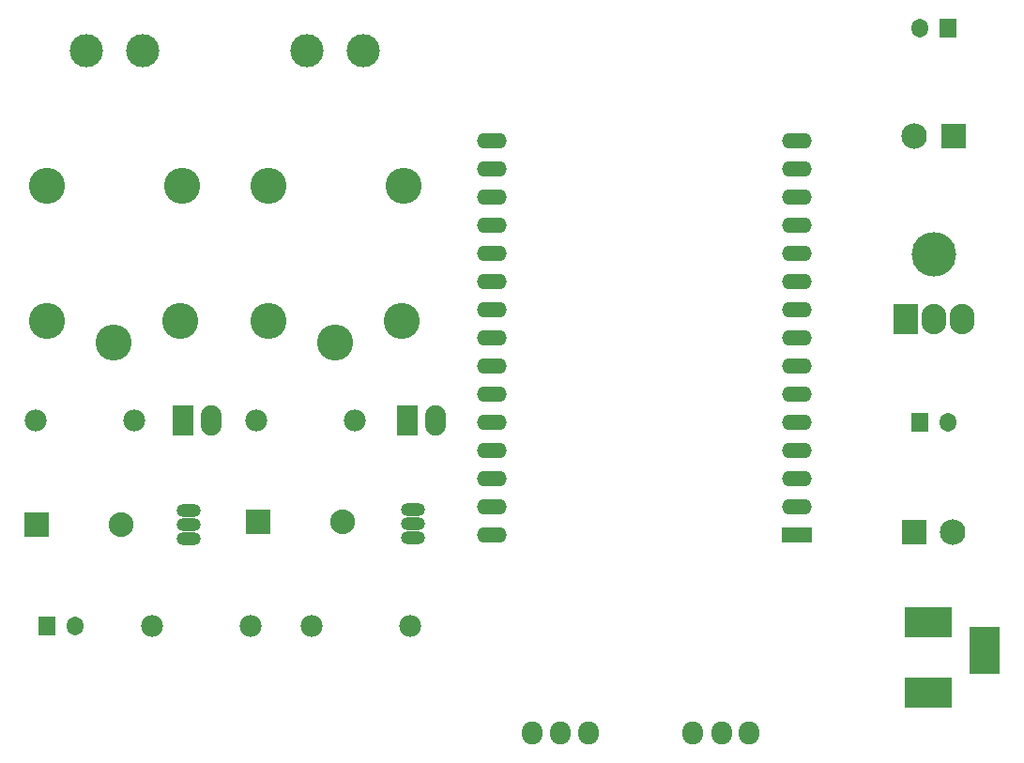
<source format=gbs>
G04*
G04 #@! TF.GenerationSoftware,Altium Limited,Altium Designer,23.7.1 (13)*
G04*
G04 Layer_Color=16711935*
%FSLAX44Y44*%
%MOMM*%
G71*
G04*
G04 #@! TF.SameCoordinates,3D622054-8652-465B-9F06-75010AC0AF96*
G04*
G04*
G04 #@! TF.FilePolarity,Negative*
G04*
G01*
G75*
%ADD18O,2.7032X1.4032*%
%ADD19C,1.9812*%
%ADD20C,3.2512*%
%ADD21C,2.9972*%
%ADD22R,2.2352X2.2352*%
%ADD23C,2.2352*%
%ADD24R,1.8542X2.7432*%
%ADD25O,1.8542X2.7432*%
%ADD26O,2.2032X1.2032*%
%ADD27O,2.2032X1.2032*%
%ADD28R,2.3032X2.3032*%
%ADD29C,2.3032*%
%ADD30R,4.2672X2.7432*%
%ADD31R,2.7432X4.2672*%
%ADD32R,1.5032X1.7032*%
%ADD33O,1.5032X1.7032*%
%ADD34C,4.0132*%
%ADD35O,2.2352X2.7432*%
%ADD36R,2.2352X2.7432*%
%ADD37O,1.8542X2.1082*%
%ADD38R,2.7032X1.4032*%
D18*
X967060Y896620D02*
D03*
Y871220D02*
D03*
Y693420D02*
D03*
Y845820D02*
D03*
Y820420D02*
D03*
Y795020D02*
D03*
Y769620D02*
D03*
Y744220D02*
D03*
Y718820D02*
D03*
Y668020D02*
D03*
Y642620D02*
D03*
Y617220D02*
D03*
Y591820D02*
D03*
Y566420D02*
D03*
Y541020D02*
D03*
X1242060Y896620D02*
D03*
Y871220D02*
D03*
Y845820D02*
D03*
Y820420D02*
D03*
Y795020D02*
D03*
Y769620D02*
D03*
Y744220D02*
D03*
Y718820D02*
D03*
Y693420D02*
D03*
Y668020D02*
D03*
Y642620D02*
D03*
Y617220D02*
D03*
Y591820D02*
D03*
Y566420D02*
D03*
D19*
X660400Y458470D02*
D03*
X749300D02*
D03*
X803910D02*
D03*
X892810D02*
D03*
X643890Y643890D02*
D03*
X554990D02*
D03*
X754380D02*
D03*
X843280D02*
D03*
D20*
X885190Y734060D02*
D03*
X765190D02*
D03*
X887110Y856060D02*
D03*
X765190D02*
D03*
X825190Y714060D02*
D03*
X625800Y714060D02*
D03*
X565800Y856060D02*
D03*
X687720D02*
D03*
X565800Y734060D02*
D03*
X685800D02*
D03*
D21*
X850900Y977900D02*
D03*
X800100D02*
D03*
X600710D02*
D03*
X651510D02*
D03*
D22*
X556260Y549910D02*
D03*
X755650Y552450D02*
D03*
D23*
X632460Y549910D02*
D03*
X831850Y552450D02*
D03*
D24*
X688340Y643890D02*
D03*
X890270D02*
D03*
D25*
X713740D02*
D03*
X915670D02*
D03*
D26*
X693420Y537210D02*
D03*
X895350Y538480D02*
D03*
D27*
X693420Y549910D02*
D03*
Y562610D02*
D03*
X895350Y563880D02*
D03*
Y551180D02*
D03*
D28*
X1347750Y543560D02*
D03*
X1383030Y900430D02*
D03*
D29*
X1382750Y543560D02*
D03*
X1348030Y900430D02*
D03*
D30*
X1360170Y462280D02*
D03*
Y398780D02*
D03*
D31*
X1410970Y436880D02*
D03*
D32*
X1352550Y642620D02*
D03*
X1377950Y998220D02*
D03*
X565150Y458470D02*
D03*
D33*
X1377950Y642620D02*
D03*
X1352550Y998220D02*
D03*
X590550Y458470D02*
D03*
D34*
X1365250Y793750D02*
D03*
D35*
X1390650Y735330D02*
D03*
X1365250D02*
D03*
D36*
X1339850D02*
D03*
D37*
X1148334Y361950D02*
D03*
X1173988D02*
D03*
X1198880D02*
D03*
X1003300D02*
D03*
X1028954D02*
D03*
X1053846D02*
D03*
D38*
X1242060Y541020D02*
D03*
M02*

</source>
